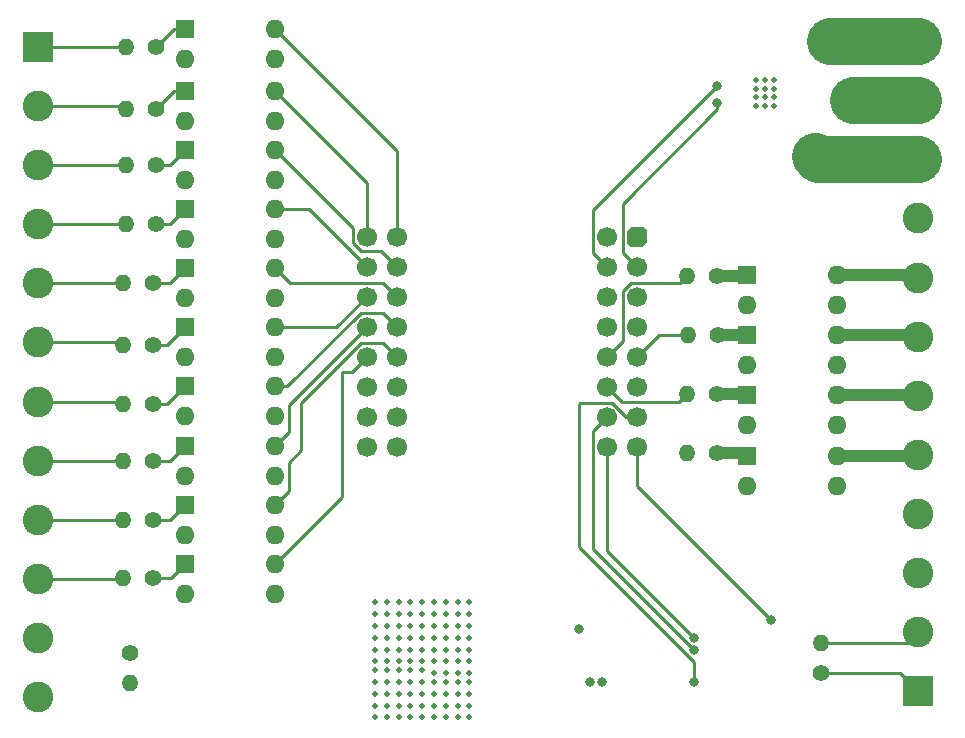
<source format=gbr>
%TF.GenerationSoftware,KiCad,Pcbnew,7.0.5*%
%TF.CreationDate,2023-06-27T21:04:27+02:00*%
%TF.ProjectId,ESP32RIO,45535033-3252-4494-9f2e-6b696361645f,rev?*%
%TF.SameCoordinates,Original*%
%TF.FileFunction,Copper,L2,Inr*%
%TF.FilePolarity,Positive*%
%FSLAX46Y46*%
G04 Gerber Fmt 4.6, Leading zero omitted, Abs format (unit mm)*
G04 Created by KiCad (PCBNEW 7.0.5) date 2023-06-27 21:04:27*
%MOMM*%
%LPD*%
G01*
G04 APERTURE LIST*
G04 Aperture macros list*
%AMFreePoly0*
4,1,19,-0.850000,0.255000,-0.829726,0.408997,-0.770285,0.552500,-0.675729,0.675729,-0.552500,0.770285,-0.408997,0.829726,-0.255000,0.850000,0.510000,0.850000,0.850000,0.510000,0.850000,-0.255000,0.829726,-0.408997,0.770285,-0.552500,0.675729,-0.675729,0.552500,-0.770285,0.408997,-0.829726,0.255000,-0.850000,-0.510000,-0.850000,-0.850000,-0.510000,-0.850000,0.255000,-0.850000,0.255000,
$1*%
G04 Aperture macros list end*
%TA.AperFunction,ComponentPad*%
%ADD10R,1.600000X1.600000*%
%TD*%
%TA.AperFunction,ComponentPad*%
%ADD11O,1.600000X1.600000*%
%TD*%
%TA.AperFunction,ComponentPad*%
%ADD12C,1.400000*%
%TD*%
%TA.AperFunction,ComponentPad*%
%ADD13O,1.400000X1.400000*%
%TD*%
%TA.AperFunction,ComponentPad*%
%ADD14R,2.600000X2.600000*%
%TD*%
%TA.AperFunction,ComponentPad*%
%ADD15C,2.600000*%
%TD*%
%TA.AperFunction,ComponentPad*%
%ADD16FreePoly0,180.000000*%
%TD*%
%TA.AperFunction,ComponentPad*%
%ADD17C,1.700000*%
%TD*%
%TA.AperFunction,ViaPad*%
%ADD18C,0.500000*%
%TD*%
%TA.AperFunction,ViaPad*%
%ADD19C,0.800000*%
%TD*%
%TA.AperFunction,Conductor*%
%ADD20C,0.250000*%
%TD*%
%TA.AperFunction,Conductor*%
%ADD21C,1.000000*%
%TD*%
%TA.AperFunction,Conductor*%
%ADD22C,4.000000*%
%TD*%
G04 APERTURE END LIST*
D10*
%TO.N,Net-(R8-Pad1)*%
%TO.C,U8*%
X121950000Y-91475000D03*
D11*
%TO.N,GND*%
X121950000Y-94015000D03*
X129570000Y-94015000D03*
%TO.N,Net-(U11-GPIO33)*%
X129570000Y-91475000D03*
%TD*%
D10*
%TO.N,Net-(R4-Pad1)*%
%TO.C,U4*%
X121950000Y-71475000D03*
D11*
%TO.N,GND*%
X121950000Y-74015000D03*
X129570000Y-74015000D03*
%TO.N,Net-(U11-GPIO37)*%
X129570000Y-71475000D03*
%TD*%
D12*
%TO.N,Net-(R7-Pad1)*%
%TO.C,R7*%
X119220000Y-88000000D03*
D13*
%TO.N,Net-(J2-Pin_7)*%
X116680000Y-88000000D03*
%TD*%
D12*
%TO.N,Net-(R3-Pad1)*%
%TO.C,R3*%
X119470000Y-67750000D03*
D13*
%TO.N,Net-(J2-Pin_3)*%
X116930000Y-67750000D03*
%TD*%
D10*
%TO.N,Net-(R1-Pad1)*%
%TO.C,U1*%
X121950000Y-56225000D03*
D11*
%TO.N,GND*%
X121950000Y-58765000D03*
X129570000Y-58765000D03*
%TO.N,Net-(U11-GPIO40)*%
X129570000Y-56225000D03*
%TD*%
D12*
%TO.N,Net-(R11-Pad1)*%
%TO.C,R11*%
X167002032Y-77102460D03*
D13*
%TO.N,Net-(U11-GPIO8)*%
X164462032Y-77102460D03*
%TD*%
D10*
%TO.N,Net-(R10-Pad1)*%
%TO.C,U10*%
X121950000Y-101475000D03*
D11*
%TO.N,GND*%
X121950000Y-104015000D03*
X129570000Y-104015000D03*
%TO.N,Net-(U11-GPIO18)*%
X129570000Y-101475000D03*
%TD*%
D10*
%TO.N,Net-(R13-Pad1)*%
%TO.C,U14*%
X169482032Y-87234126D03*
D11*
%TO.N,GND*%
X169482032Y-89774126D03*
%TO.N,Net-(J1-Pin_4)*%
X177102032Y-89774126D03*
%TO.N,Net-(J1-Pin_6)*%
X177102032Y-87234126D03*
%TD*%
D10*
%TO.N,Net-(R14-Pad1)*%
%TO.C,U16*%
X169482032Y-92327459D03*
D11*
%TO.N,GND*%
X169482032Y-94867459D03*
%TO.N,Net-(J1-Pin_4)*%
X177102032Y-94867459D03*
%TO.N,Net-(J1-Pin_5)*%
X177102032Y-92327459D03*
%TD*%
D12*
%TO.N,Net-(R13-Pad1)*%
%TO.C,R13*%
X167002032Y-87102460D03*
D13*
%TO.N,Net-(U11-GPIO10)*%
X164462032Y-87102460D03*
%TD*%
D12*
%TO.N,Net-(J1-Pin_1)*%
%TO.C,R15*%
X175750000Y-110720000D03*
D13*
%TO.N,Net-(J1-Pin_2)*%
X175750000Y-108180000D03*
%TD*%
D12*
%TO.N,Net-(R6-Pad1)*%
%TO.C,R6*%
X119220000Y-83000000D03*
D13*
%TO.N,Net-(J2-Pin_6)*%
X116680000Y-83000000D03*
%TD*%
D10*
%TO.N,Net-(R9-Pad1)*%
%TO.C,U9*%
X121950000Y-96475000D03*
D11*
%TO.N,GND*%
X121950000Y-99015000D03*
X129570000Y-99015000D03*
%TO.N,Net-(U11-GPIO21)*%
X129570000Y-96475000D03*
%TD*%
D12*
%TO.N,Net-(R4-Pad1)*%
%TO.C,R4*%
X119470000Y-72750000D03*
D13*
%TO.N,Net-(J2-Pin_4)*%
X116930000Y-72750000D03*
%TD*%
D12*
%TO.N,Net-(R12-Pad1)*%
%TO.C,R12*%
X167032032Y-82102460D03*
D13*
%TO.N,Net-(U11-GPIO9)*%
X164492032Y-82102460D03*
%TD*%
D12*
%TO.N,Net-(R9-Pad1)*%
%TO.C,R9*%
X119220000Y-97750000D03*
D13*
%TO.N,Net-(J2-Pin_9)*%
X116680000Y-97750000D03*
%TD*%
D12*
%TO.N,Net-(R1-Pad1)*%
%TO.C,R1*%
X119470000Y-57750000D03*
D13*
%TO.N,Net-(J2-Pin_1)*%
X116930000Y-57750000D03*
%TD*%
D12*
%TO.N,Net-(R10-Pad1)*%
%TO.C,R10*%
X119220000Y-102669888D03*
D13*
%TO.N,Net-(J2-Pin_10)*%
X116680000Y-102669888D03*
%TD*%
D12*
%TO.N,Net-(R8-Pad1)*%
%TO.C,R8*%
X119220000Y-92750000D03*
D13*
%TO.N,Net-(J2-Pin_8)*%
X116680000Y-92750000D03*
%TD*%
D10*
%TO.N,Net-(R11-Pad1)*%
%TO.C,U12*%
X169462032Y-77047460D03*
D11*
%TO.N,GND*%
X169462032Y-79587460D03*
%TO.N,Net-(J1-Pin_4)*%
X177082032Y-79587460D03*
%TO.N,Net-(J1-Pin_8)*%
X177082032Y-77047460D03*
%TD*%
D14*
%TO.N,Net-(J1-Pin_1)*%
%TO.C,J1*%
X184000000Y-112250000D03*
D15*
%TO.N,Net-(J1-Pin_2)*%
X184000000Y-107250000D03*
%TO.N,+24V*%
X184000000Y-102250000D03*
%TO.N,Net-(J1-Pin_4)*%
X184000000Y-97250000D03*
%TO.N,Net-(J1-Pin_5)*%
X184000000Y-92250000D03*
%TO.N,Net-(J1-Pin_6)*%
X184000000Y-87250000D03*
%TO.N,Net-(J1-Pin_7)*%
X184000000Y-82250000D03*
%TO.N,Net-(J1-Pin_8)*%
X184000000Y-77250000D03*
%TO.N,GND*%
X184000000Y-72250000D03*
%TO.N,Net-(J1-Pin_10)*%
X184000000Y-67250000D03*
%TO.N,Net-(J1-Pin_11)*%
X184000000Y-62250000D03*
%TO.N,Net-(J1-Pin_12)*%
X184000000Y-57250000D03*
%TD*%
D12*
%TO.N,Net-(R2-Pad1)*%
%TO.C,R2*%
X119470000Y-63000000D03*
D13*
%TO.N,Net-(J2-Pin_2)*%
X116930000Y-63000000D03*
%TD*%
D12*
%TO.N,GND*%
%TO.C,R16*%
X117250000Y-109030000D03*
D13*
%TO.N,Net-(J2-Pin_12)*%
X117250000Y-111570000D03*
%TD*%
D10*
%TO.N,Net-(R3-Pad1)*%
%TO.C,U3*%
X121950000Y-66475000D03*
D11*
%TO.N,GND*%
X121950000Y-69015000D03*
X129570000Y-69015000D03*
%TO.N,Net-(U11-GPIO38)*%
X129570000Y-66475000D03*
%TD*%
D10*
%TO.N,Net-(R12-Pad1)*%
%TO.C,U13*%
X169482032Y-82140793D03*
D11*
%TO.N,GND*%
X169482032Y-84680793D03*
%TO.N,Net-(J1-Pin_4)*%
X177102032Y-84680793D03*
%TO.N,Net-(J1-Pin_7)*%
X177102032Y-82140793D03*
%TD*%
D10*
%TO.N,Net-(R7-Pad1)*%
%TO.C,U7*%
X121950000Y-86475000D03*
D11*
%TO.N,GND*%
X121950000Y-89015000D03*
X129570000Y-89015000D03*
%TO.N,Net-(U11-GPIO34)*%
X129570000Y-86475000D03*
%TD*%
D12*
%TO.N,Net-(R5-Pad1)*%
%TO.C,R5*%
X119220000Y-77750000D03*
D13*
%TO.N,Net-(J2-Pin_5)*%
X116680000Y-77750000D03*
%TD*%
D10*
%TO.N,Net-(R5-Pad1)*%
%TO.C,U5*%
X121950000Y-76475000D03*
D11*
%TO.N,GND*%
X121950000Y-79015000D03*
X129570000Y-79015000D03*
%TO.N,Net-(U11-GPIO36)*%
X129570000Y-76475000D03*
%TD*%
D10*
%TO.N,Net-(R6-Pad1)*%
%TO.C,U6*%
X121950000Y-81475000D03*
D11*
%TO.N,GND*%
X121950000Y-84015000D03*
X129570000Y-84015000D03*
%TO.N,Net-(U11-GPIO35)*%
X129570000Y-81475000D03*
%TD*%
D12*
%TO.N,Net-(R14-Pad1)*%
%TO.C,R14*%
X167002032Y-92102460D03*
D13*
%TO.N,Net-(U11-GPIO11)*%
X164462032Y-92102460D03*
%TD*%
D10*
%TO.N,Net-(R2-Pad1)*%
%TO.C,U2*%
X121950000Y-61475000D03*
D11*
%TO.N,GND*%
X121950000Y-64015000D03*
X129570000Y-64015000D03*
%TO.N,Net-(U11-GPIO39)*%
X129570000Y-61475000D03*
%TD*%
D14*
%TO.N,Net-(J2-Pin_1)*%
%TO.C,J2*%
X109500000Y-57750000D03*
D15*
%TO.N,Net-(J2-Pin_2)*%
X109500000Y-62750000D03*
%TO.N,Net-(J2-Pin_3)*%
X109500000Y-67750000D03*
%TO.N,Net-(J2-Pin_4)*%
X109500000Y-72750000D03*
%TO.N,Net-(J2-Pin_5)*%
X109500000Y-77750000D03*
%TO.N,Net-(J2-Pin_6)*%
X109500000Y-82750000D03*
%TO.N,Net-(J2-Pin_7)*%
X109500000Y-87750000D03*
%TO.N,Net-(J2-Pin_8)*%
X109500000Y-92750000D03*
%TO.N,Net-(J2-Pin_9)*%
X109500000Y-97750000D03*
%TO.N,Net-(J2-Pin_10)*%
X109500000Y-102750000D03*
%TO.N,GND*%
X109500000Y-107750000D03*
%TO.N,Net-(J2-Pin_12)*%
X109500000Y-112750000D03*
%TD*%
D16*
%TO.N,unconnected-(U11-EN-Pad1)*%
%TO.C,U11*%
X160162500Y-73805000D03*
D17*
%TO.N,Net-(U11-GPIO3)*%
X160162500Y-76345000D03*
%TO.N,unconnected-(U11-GPIO5-Pad3)*%
X160162500Y-78885000D03*
%TO.N,unconnected-(U11-GPIO7-Pad4)*%
X160162500Y-81425000D03*
%TO.N,Net-(U11-GPIO9)*%
X160162500Y-83965000D03*
%TO.N,Net-(U11-GPIO11)*%
X160162500Y-86505000D03*
%TO.N,/RX-I*%
X160162500Y-89045000D03*
%TO.N,Net-(U11-3V3)*%
X160162500Y-91585000D03*
%TO.N,Net-(U11-VBUS)*%
X137302500Y-91585000D03*
%TO.N,GND*%
X137302500Y-89045000D03*
%TO.N,unconnected-(U11-GPIO16-Pad11)*%
X137302500Y-86505000D03*
%TO.N,Net-(U11-GPIO18)*%
X137302500Y-83965000D03*
%TO.N,Net-(U11-GPIO33)*%
X137302500Y-81425000D03*
%TO.N,Net-(U11-GPIO35)*%
X137302500Y-78885000D03*
%TO.N,Net-(U11-GPIO37)*%
X137302500Y-76345000D03*
%TO.N,Net-(U11-GPIO39)*%
X137302500Y-73805000D03*
%TO.N,unconnected-(U11-GPIO1-Pad17)*%
X157622500Y-73805000D03*
%TO.N,Net-(U11-GPIO2)*%
X157622500Y-76345000D03*
%TO.N,unconnected-(U11-GPIO4-Pad19)*%
X157622500Y-78885000D03*
%TO.N,unconnected-(U11-GPIO6-Pad20)*%
X157622500Y-81425000D03*
%TO.N,Net-(U11-GPIO8)*%
X157622500Y-83965000D03*
%TO.N,Net-(U11-GPIO10)*%
X157622500Y-86505000D03*
%TO.N,/RTS*%
X157622500Y-89045000D03*
%TO.N,/TX-O*%
X157622500Y-91585000D03*
%TO.N,unconnected-(U11-GPIO15-Pad25)*%
X139842500Y-91585000D03*
%TO.N,GND*%
X139842500Y-89045000D03*
%TO.N,Net-(J2-Pin_12)*%
X139842500Y-86505000D03*
%TO.N,Net-(U11-GPIO21)*%
X139842500Y-83965000D03*
%TO.N,Net-(U11-GPIO34)*%
X139842500Y-81425000D03*
%TO.N,Net-(U11-GPIO36)*%
X139842500Y-78885000D03*
%TO.N,Net-(U11-GPIO38)*%
X139842500Y-76345000D03*
%TO.N,Net-(U11-GPIO40)*%
X139842500Y-73805000D03*
%TD*%
D18*
%TO.N,GND*%
X142000000Y-113500000D03*
X142000000Y-110500000D03*
X142000000Y-111500000D03*
X142000000Y-114500000D03*
X142000000Y-112500000D03*
X141000000Y-114500000D03*
X140000000Y-114500000D03*
X138000000Y-114500000D03*
X139000000Y-114500000D03*
X146000000Y-114500000D03*
X146000000Y-113500000D03*
X145000000Y-113500000D03*
X145000000Y-114500000D03*
X146000000Y-111500000D03*
X143000000Y-113500000D03*
X144000000Y-114500000D03*
X143000000Y-111500000D03*
X143000000Y-112500000D03*
X146000000Y-112500000D03*
X144000000Y-112500000D03*
X144000000Y-113500000D03*
X145000000Y-112500000D03*
X145000000Y-111500000D03*
X144000000Y-111500000D03*
X143000000Y-114500000D03*
X146000000Y-110750000D03*
X146000000Y-109750000D03*
X145000000Y-109750000D03*
X145000000Y-110750000D03*
X146000000Y-107750000D03*
X143000000Y-109750000D03*
X144000000Y-110750000D03*
X143000000Y-107750000D03*
X143000000Y-108750000D03*
X146000000Y-108750000D03*
X144000000Y-108750000D03*
X144000000Y-109750000D03*
X145000000Y-108750000D03*
X145000000Y-107750000D03*
X144000000Y-107750000D03*
X143000000Y-110750000D03*
X141000000Y-113500000D03*
X141000000Y-112500000D03*
X140000000Y-112500000D03*
X140000000Y-113500000D03*
X141000000Y-110500000D03*
X138000000Y-112500000D03*
X139000000Y-113500000D03*
X138000000Y-110500000D03*
X138000000Y-111500000D03*
X141000000Y-111500000D03*
X139000000Y-111500000D03*
X139000000Y-112500000D03*
X140000000Y-111500000D03*
X140000000Y-110500000D03*
X139000000Y-110500000D03*
X138000000Y-113500000D03*
X142000000Y-109750000D03*
X142000000Y-107750000D03*
X142000000Y-108750000D03*
X141000000Y-109750000D03*
X141000000Y-107750000D03*
X141000000Y-108750000D03*
X140000000Y-109750000D03*
X140000000Y-107750000D03*
X140000000Y-108750000D03*
X139000000Y-109750000D03*
X139000000Y-107750000D03*
X139000000Y-108750000D03*
X146000000Y-106750000D03*
X146000000Y-104750000D03*
X146000000Y-105750000D03*
X145000000Y-106750000D03*
X145000000Y-104750000D03*
X145000000Y-105750000D03*
X144000000Y-106750000D03*
X144000000Y-104750000D03*
X144000000Y-105750000D03*
X143000000Y-106750000D03*
X143000000Y-104750000D03*
X143000000Y-105750000D03*
X142000000Y-106750000D03*
X142000000Y-104750000D03*
X142000000Y-105750000D03*
X141000000Y-106750000D03*
X141000000Y-104750000D03*
X141000000Y-105750000D03*
X140000000Y-106750000D03*
X140000000Y-104750000D03*
X140000000Y-105750000D03*
X139000000Y-106750000D03*
X139000000Y-104750000D03*
X139000000Y-105750000D03*
X138000000Y-109750000D03*
X138000000Y-108750000D03*
X138000000Y-107750000D03*
X138000000Y-106750000D03*
X138000000Y-105750000D03*
X138000000Y-104750000D03*
X171750000Y-62750000D03*
X171000000Y-62750000D03*
X170250000Y-62750000D03*
X170250000Y-62000000D03*
X171000000Y-62000000D03*
X171750000Y-62000000D03*
X171750000Y-61250000D03*
X171000000Y-61250000D03*
X170250000Y-61250000D03*
X171750000Y-60500000D03*
X171000000Y-60500000D03*
X170250000Y-60500000D03*
%TO.N,Net-(J1-Pin_11)*%
X177000000Y-62000000D03*
X177500000Y-62250000D03*
X178000000Y-62000000D03*
X178500000Y-62250000D03*
%TO.N,Net-(J1-Pin_10)*%
X174750000Y-67500000D03*
X174500000Y-67000000D03*
X175250000Y-67750000D03*
X175250000Y-67000000D03*
X175750000Y-66500000D03*
X174750000Y-66500000D03*
X176000000Y-67000000D03*
X175750000Y-67500000D03*
X175250000Y-66250000D03*
%TO.N,Net-(J1-Pin_12)*%
X176000000Y-57750000D03*
X177000000Y-57750000D03*
X176000000Y-56750000D03*
X176500000Y-58000000D03*
X175750000Y-57250000D03*
X176500000Y-57250000D03*
X177250000Y-57250000D03*
X176500000Y-56500000D03*
D19*
%TO.N,Net-(U11-VBUS)*%
X155250000Y-107000000D03*
%TO.N,+24V*%
X156250000Y-111500000D03*
X157250000Y-111500000D03*
%TO.N,Net-(U11-3V3)*%
X171500000Y-106250000D03*
%TO.N,/RX-I*%
X165000000Y-111500000D03*
%TO.N,/RTS*%
X165000000Y-108750000D03*
%TO.N,/TX-O*%
X165000000Y-107750000D03*
%TO.N,Net-(U11-GPIO3)*%
X167000000Y-62500000D03*
%TO.N,Net-(U11-GPIO2)*%
X167000000Y-61000000D03*
D18*
%TO.N,Net-(J1-Pin_12)*%
X177000000Y-56750000D03*
%TD*%
D20*
%TO.N,Net-(U11-GPIO18)*%
X135250000Y-95795000D02*
X135250000Y-85250000D01*
X129570000Y-101475000D02*
X135250000Y-95795000D01*
X135250000Y-85250000D02*
X136017500Y-85250000D01*
X136017500Y-85250000D02*
X137302500Y-83965000D01*
%TO.N,Net-(U11-GPIO21)*%
X129570000Y-96475000D02*
X130695000Y-95350000D01*
X130695000Y-95350000D02*
X130695000Y-92945000D01*
X130695000Y-92945000D02*
X131750000Y-91890000D01*
X131750000Y-91890000D02*
X131750000Y-87855799D01*
X131750000Y-87855799D02*
X136815799Y-82790000D01*
X136815799Y-82790000D02*
X138667500Y-82790000D01*
X138667500Y-82790000D02*
X139842500Y-83965000D01*
%TO.N,Net-(U11-GPIO33)*%
X129570000Y-91475000D02*
X130695000Y-90350000D01*
X130695000Y-90350000D02*
X130695000Y-88032500D01*
X130695000Y-88032500D02*
X137302500Y-81425000D01*
%TO.N,Net-(U11-GPIO34)*%
X129570000Y-86475000D02*
X130590799Y-86475000D01*
X130590799Y-86475000D02*
X136815799Y-80250000D01*
X138667500Y-80250000D02*
X139842500Y-81425000D01*
X136815799Y-80250000D02*
X138667500Y-80250000D01*
%TO.N,Net-(U11-GPIO35)*%
X129570000Y-81475000D02*
X134712500Y-81475000D01*
X134712500Y-81475000D02*
X137302500Y-78885000D01*
%TO.N,Net-(U11-GPIO36)*%
X129570000Y-76475000D02*
X130805000Y-77710000D01*
X130805000Y-77710000D02*
X138667500Y-77710000D01*
X138667500Y-77710000D02*
X139842500Y-78885000D01*
%TO.N,Net-(U11-GPIO37)*%
X129570000Y-71475000D02*
X132432500Y-71475000D01*
X132432500Y-71475000D02*
X137302500Y-76345000D01*
%TO.N,Net-(U11-GPIO38)*%
X129570000Y-66475000D02*
X136127500Y-73032500D01*
X136127500Y-73032500D02*
X136127500Y-74291701D01*
X136127500Y-74291701D02*
X136835799Y-75000000D01*
X136835799Y-75000000D02*
X138497500Y-75000000D01*
X138497500Y-75000000D02*
X139842500Y-76345000D01*
%TO.N,Net-(U11-GPIO39)*%
X129570000Y-61475000D02*
X137302500Y-69207500D01*
X137302500Y-69207500D02*
X137302500Y-73805000D01*
%TO.N,Net-(U11-GPIO40)*%
X129570000Y-56225000D02*
X139842500Y-66497500D01*
X139842500Y-66497500D02*
X139842500Y-73805000D01*
%TO.N,Net-(R10-Pad1)*%
X119220000Y-102669888D02*
X120755112Y-102669888D01*
X120755112Y-102669888D02*
X121950000Y-101475000D01*
%TO.N,Net-(R9-Pad1)*%
X119220000Y-97750000D02*
X120675000Y-97750000D01*
X120675000Y-97750000D02*
X121950000Y-96475000D01*
%TO.N,Net-(R8-Pad1)*%
X119220000Y-92750000D02*
X120675000Y-92750000D01*
X120675000Y-92750000D02*
X121950000Y-91475000D01*
%TO.N,Net-(R7-Pad1)*%
X119220000Y-88000000D02*
X120425000Y-88000000D01*
X120425000Y-88000000D02*
X121950000Y-86475000D01*
%TO.N,Net-(R6-Pad1)*%
X119220000Y-83000000D02*
X120425000Y-83000000D01*
X120425000Y-83000000D02*
X121950000Y-81475000D01*
%TO.N,Net-(R5-Pad1)*%
X119220000Y-77750000D02*
X120675000Y-77750000D01*
X120675000Y-77750000D02*
X121950000Y-76475000D01*
%TO.N,Net-(R4-Pad1)*%
X119470000Y-72750000D02*
X120675000Y-72750000D01*
X120675000Y-72750000D02*
X121950000Y-71475000D01*
%TO.N,Net-(J2-Pin_10)*%
X109500000Y-102750000D02*
X116599888Y-102750000D01*
X116599888Y-102750000D02*
X116680000Y-102669888D01*
%TO.N,Net-(J2-Pin_9)*%
X116680000Y-97750000D02*
X109500000Y-97750000D01*
%TO.N,Net-(J2-Pin_8)*%
X109500000Y-92750000D02*
X116680000Y-92750000D01*
%TO.N,Net-(J2-Pin_7)*%
X109500000Y-87750000D02*
X116430000Y-87750000D01*
X116430000Y-87750000D02*
X116680000Y-88000000D01*
%TO.N,Net-(J2-Pin_6)*%
X109500000Y-82750000D02*
X116430000Y-82750000D01*
X116430000Y-82750000D02*
X116680000Y-83000000D01*
%TO.N,Net-(J2-Pin_5)*%
X109500000Y-77750000D02*
X116680000Y-77750000D01*
%TO.N,Net-(J2-Pin_4)*%
X109500000Y-72750000D02*
X116930000Y-72750000D01*
%TO.N,Net-(J1-Pin_1)*%
X175750000Y-110720000D02*
X182470000Y-110720000D01*
X182470000Y-110720000D02*
X184000000Y-112250000D01*
%TO.N,Net-(J1-Pin_2)*%
X175750000Y-108180000D02*
X183070000Y-108180000D01*
X183070000Y-108180000D02*
X184000000Y-107250000D01*
%TO.N,Net-(U11-3V3)*%
X160162500Y-94912500D02*
X171500000Y-106250000D01*
X160162500Y-91585000D02*
X160162500Y-94912500D01*
%TO.N,/RX-I*%
X165000000Y-109775305D02*
X165000000Y-111500000D01*
X155250000Y-100025305D02*
X165000000Y-109775305D01*
X155250000Y-88000000D02*
X155250000Y-100025305D01*
X160162500Y-89045000D02*
X159284201Y-89045000D01*
X159284201Y-89045000D02*
X158109201Y-87870000D01*
X158109201Y-87870000D02*
X155380000Y-87870000D01*
X155380000Y-87870000D02*
X155250000Y-88000000D01*
%TO.N,/RTS*%
X164974695Y-108750000D02*
X165000000Y-108750000D01*
X156447500Y-100222805D02*
X164974695Y-108750000D01*
X156447500Y-90220000D02*
X156447500Y-100222805D01*
X157622500Y-89045000D02*
X156447500Y-90220000D01*
%TO.N,/TX-O*%
X157622500Y-100372500D02*
X165000000Y-107750000D01*
X157622500Y-91585000D02*
X157622500Y-100372500D01*
%TO.N,Net-(U11-GPIO10)*%
X164462032Y-87102460D02*
X163762032Y-87802460D01*
X163762032Y-87802460D02*
X158919960Y-87802460D01*
X158919960Y-87802460D02*
X157622500Y-86505000D01*
%TO.N,Net-(U11-GPIO9)*%
X164492032Y-82102460D02*
X162025040Y-82102460D01*
X162025040Y-82102460D02*
X160162500Y-83965000D01*
%TO.N,Net-(U11-GPIO8)*%
X157622500Y-83965000D02*
X158987500Y-82600000D01*
X158987500Y-82600000D02*
X158987500Y-78398299D01*
X158987500Y-78398299D02*
X159675799Y-77710000D01*
X159675799Y-77710000D02*
X163854492Y-77710000D01*
X163854492Y-77710000D02*
X164462032Y-77102460D01*
%TO.N,Net-(U11-GPIO3)*%
X160162500Y-76345000D02*
X158987500Y-75170000D01*
X167000000Y-63000000D02*
X167000000Y-62500000D01*
X159000000Y-71000000D02*
X167000000Y-63000000D01*
X158987500Y-75170000D02*
X158987500Y-71012500D01*
X158987500Y-71012500D02*
X159000000Y-71000000D01*
%TO.N,Net-(U11-GPIO2)*%
X156447500Y-71552500D02*
X167000000Y-61000000D01*
X156447500Y-75170000D02*
X156447500Y-71552500D01*
X157622500Y-76345000D02*
X156447500Y-75170000D01*
D21*
%TO.N,Net-(R14-Pad1)*%
X167002032Y-92102460D02*
X169257033Y-92102460D01*
X169257033Y-92102460D02*
X169482032Y-92327459D01*
%TO.N,Net-(R13-Pad1)*%
X167002032Y-87102460D02*
X169350366Y-87102460D01*
X169350366Y-87102460D02*
X169482032Y-87234126D01*
%TO.N,Net-(R12-Pad1)*%
X167032032Y-82102460D02*
X169443699Y-82102460D01*
X169443699Y-82102460D02*
X169482032Y-82140793D01*
%TO.N,Net-(R11-Pad1)*%
X167002032Y-77102460D02*
X169407032Y-77102460D01*
X169407032Y-77102460D02*
X169462032Y-77047460D01*
%TO.N,Net-(J1-Pin_5)*%
X177102032Y-92327459D02*
X183922541Y-92327459D01*
X183922541Y-92327459D02*
X184000000Y-92250000D01*
%TO.N,Net-(J1-Pin_6)*%
X177102032Y-87234126D02*
X183984126Y-87234126D01*
X183984126Y-87234126D02*
X184000000Y-87250000D01*
%TO.N,Net-(J1-Pin_7)*%
X177102032Y-82140793D02*
X183890793Y-82140793D01*
X183890793Y-82140793D02*
X184000000Y-82250000D01*
%TO.N,Net-(J1-Pin_8)*%
X177082032Y-77047460D02*
X183797460Y-77047460D01*
X183797460Y-77047460D02*
X184000000Y-77250000D01*
D22*
%TO.N,Net-(J1-Pin_11)*%
X184000000Y-62250000D02*
X178500000Y-62250000D01*
%TO.N,Net-(J1-Pin_10)*%
X175500000Y-67250000D02*
X175250000Y-67000000D01*
X184000000Y-67250000D02*
X175500000Y-67250000D01*
%TO.N,Net-(J1-Pin_12)*%
X184000000Y-57250000D02*
X176500000Y-57250000D01*
D20*
%TO.N,Net-(R1-Pad1)*%
X120995000Y-56225000D02*
X121950000Y-56225000D01*
X119470000Y-57750000D02*
X120995000Y-56225000D01*
%TO.N,Net-(R2-Pad1)*%
X119470000Y-63000000D02*
X120995000Y-61475000D01*
X120995000Y-61475000D02*
X121950000Y-61475000D01*
%TO.N,Net-(R3-Pad1)*%
X119470000Y-67750000D02*
X120675000Y-67750000D01*
X120675000Y-67750000D02*
X121950000Y-66475000D01*
%TO.N,Net-(J2-Pin_1)*%
X109500000Y-57750000D02*
X116930000Y-57750000D01*
%TO.N,Net-(J2-Pin_3)*%
X109500000Y-67750000D02*
X116930000Y-67750000D01*
%TO.N,Net-(J2-Pin_2)*%
X109500000Y-62750000D02*
X116680000Y-62750000D01*
X116680000Y-62750000D02*
X116930000Y-63000000D01*
%TD*%
M02*

</source>
